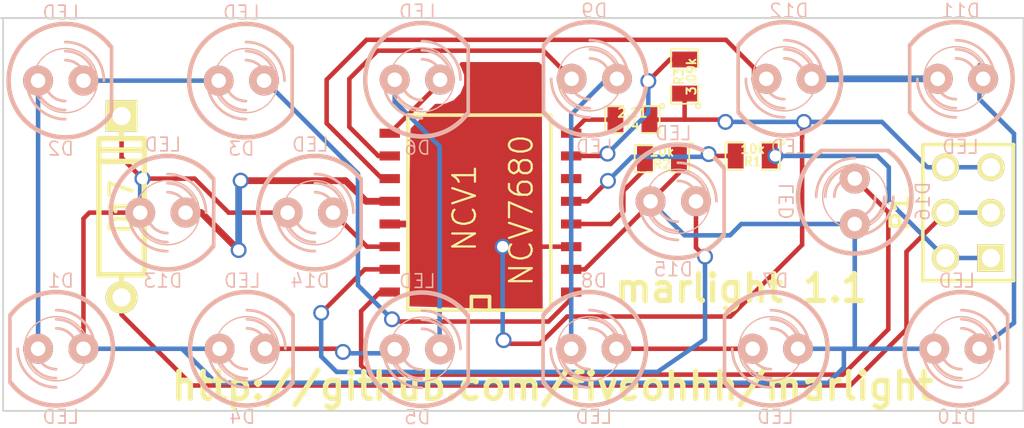
<source format=kicad_pcb>
(kicad_pcb (version 3) (host pcbnew "(2013-07-07 BZR 4022)-stable")

  (general
    (links 39)
    (no_connects 0)
    (area 14.377199 12.78255 73.2536 36.89985)
    (thickness 1.6)
    (drawings 6)
    (tracks 166)
    (zones 0)
    (modules 23)
    (nets 25)
  )

  (page A3)
  (layers
    (15 F.Cu signal)
    (0 B.Cu signal)
    (16 B.Adhes user)
    (17 F.Adhes user)
    (18 B.Paste user)
    (19 F.Paste user)
    (20 B.SilkS user)
    (21 F.SilkS user)
    (22 B.Mask user)
    (23 F.Mask user)
    (24 Dwgs.User user)
    (25 Cmts.User user)
    (26 Eco1.User user)
    (27 Eco2.User user)
    (28 Edge.Cuts user)
  )

  (setup
    (last_trace_width 0.381)
    (trace_clearance 0.254)
    (zone_clearance 0.508)
    (zone_45_only no)
    (trace_min 0.254)
    (segment_width 0.2)
    (edge_width 0.1)
    (via_size 0.889)
    (via_drill 0.635)
    (via_min_size 0.889)
    (via_min_drill 0.508)
    (uvia_size 0.508)
    (uvia_drill 0.127)
    (uvias_allowed no)
    (uvia_min_size 0.508)
    (uvia_min_drill 0.127)
    (pcb_text_width 0.3)
    (pcb_text_size 1.5 1.5)
    (mod_edge_width 0.15)
    (mod_text_size 1 1)
    (mod_text_width 0.15)
    (pad_size 1.778 1.778)
    (pad_drill 1.016)
    (pad_to_mask_clearance 0)
    (aux_axis_origin 0 0)
    (visible_elements 7FFFFFFF)
    (pcbplotparams
      (layerselection 284196865)
      (usegerberextensions true)
      (excludeedgelayer true)
      (linewidth 0.150000)
      (plotframeref false)
      (viasonmask false)
      (mode 1)
      (useauxorigin false)
      (hpglpennumber 1)
      (hpglpenspeed 20)
      (hpglpendiameter 15)
      (hpglpenoverlay 2)
      (psnegative false)
      (psa4output false)
      (plotreference true)
      (plotvalue true)
      (plotothertext true)
      (plotinvisibletext false)
      (padsonsilk false)
      (subtractmaskfromsilk false)
      (outputformat 1)
      (mirror false)
      (drillshape 0)
      (scaleselection 1)
      (outputdirectory "C:/Users/Andy Lee/Desktop/"))
  )

  (net 0 "")
  (net 1 GND)
  (net 2 N-000001)
  (net 3 N-0000010)
  (net 4 N-0000011)
  (net 5 N-0000012)
  (net 6 N-0000013)
  (net 7 N-0000014)
  (net 8 N-0000015)
  (net 9 N-0000016)
  (net 10 N-0000017)
  (net 11 N-0000018)
  (net 12 N-0000019)
  (net 13 N-000002)
  (net 14 N-0000020)
  (net 15 N-0000021)
  (net 16 N-0000022)
  (net 17 N-0000023)
  (net 18 N-0000024)
  (net 19 N-0000026)
  (net 20 N-000003)
  (net 21 N-000004)
  (net 22 N-000005)
  (net 23 N-000006)
  (net 24 N-000008)

  (net_class Default "This is the default net class."
    (clearance 0.254)
    (trace_width 0.381)
    (via_dia 0.889)
    (via_drill 0.635)
    (uvia_dia 0.508)
    (uvia_drill 0.127)
    (add_net "")
    (add_net GND)
    (add_net N-000001)
    (add_net N-0000010)
    (add_net N-0000011)
    (add_net N-0000012)
    (add_net N-0000013)
    (add_net N-0000014)
    (add_net N-0000015)
    (add_net N-0000016)
    (add_net N-0000017)
    (add_net N-0000018)
    (add_net N-0000019)
    (add_net N-000002)
    (add_net N-0000020)
    (add_net N-0000021)
    (add_net N-0000022)
    (add_net N-0000023)
    (add_net N-0000024)
    (add_net N-0000026)
    (add_net N-000003)
    (add_net N-000004)
    (add_net N-000005)
    (add_net N-000006)
    (add_net N-000008)
  )

  (module SO16W (layer F.Cu) (tedit 4280704F) (tstamp 544837E5)
    (at 41.275 24.765 90)
    (descr "Module CMS SOJ 16 pins tres large")
    (tags "CMS SOJ")
    (path /54395C61)
    (attr smd)
    (fp_text reference NCV1 (at 0.254 -0.889 90) (layer F.SilkS)
      (effects (font (size 1.27 1.27) (thickness 0.127)))
    )
    (fp_text value NCV7680 (at 0.127 2.286 90) (layer F.SilkS)
      (effects (font (size 1.27 1.27) (thickness 0.127)))
    )
    (fp_line (start -5.461 3.937) (end -5.461 -4.064) (layer F.SilkS) (width 0.2032))
    (fp_line (start 5.461 -4.064) (end 5.461 3.937) (layer F.SilkS) (width 0.2032))
    (fp_line (start -5.461 -4.064) (end 5.461 -4.064) (layer F.SilkS) (width 0.2032))
    (fp_line (start 5.461 3.937) (end -5.461 3.937) (layer F.SilkS) (width 0.2032))
    (fp_line (start -5.461 -0.508) (end -4.699 -0.508) (layer F.SilkS) (width 0.2032))
    (fp_line (start -4.699 -0.508) (end -4.699 0.508) (layer F.SilkS) (width 0.2032))
    (fp_line (start -4.699 0.508) (end -5.461 0.508) (layer F.SilkS) (width 0.2032))
    (pad 1 smd rect (at -4.445 5.08 90) (size 0.508 1.143)
      (layers F.Cu F.Paste F.Mask)
      (net 3 N-0000010)
    )
    (pad 2 smd rect (at -3.175 5.08 90) (size 0.508 1.143)
      (layers F.Cu F.Paste F.Mask)
      (net 17 N-0000023)
    )
    (pad 3 smd rect (at -1.905 5.08 90) (size 0.508 1.143)
      (layers F.Cu F.Paste F.Mask)
      (net 1 GND)
    )
    (pad 4 smd rect (at -0.635 5.08 90) (size 0.508 1.143)
      (layers F.Cu F.Paste F.Mask)
      (net 18 N-0000024)
    )
    (pad 5 smd rect (at 0.635 5.08 90) (size 0.508 1.143)
      (layers F.Cu F.Paste F.Mask)
      (net 4 N-0000011)
    )
    (pad 6 smd rect (at 1.905 5.08 90) (size 0.508 1.143)
      (layers F.Cu F.Paste F.Mask)
    )
    (pad 7 smd rect (at 3.175 5.08 90) (size 0.508 1.143)
      (layers F.Cu F.Paste F.Mask)
      (net 5 N-0000012)
    )
    (pad 8 smd rect (at 4.445 5.08 90) (size 0.508 1.143)
      (layers F.Cu F.Paste F.Mask)
      (net 19 N-0000026)
    )
    (pad 9 smd rect (at 4.445 -5.08 90) (size 0.508 1.143)
      (layers F.Cu F.Paste F.Mask)
      (net 23 N-000006)
    )
    (pad 10 smd rect (at 3.175 -5.08 90) (size 0.508 1.143)
      (layers F.Cu F.Paste F.Mask)
      (net 16 N-0000022)
    )
    (pad 11 smd rect (at 1.905 -5.08 90) (size 0.508 1.143)
      (layers F.Cu F.Paste F.Mask)
      (net 6 N-0000013)
    )
    (pad 12 smd rect (at 0.635 -5.08 90) (size 0.508 1.143)
      (layers F.Cu F.Paste F.Mask)
      (net 22 N-000005)
    )
    (pad 13 smd rect (at -0.635 -5.08 90) (size 0.508 1.143)
      (layers F.Cu F.Paste F.Mask)
      (net 1 GND)
    )
    (pad 14 smd rect (at -1.905 -5.08 90) (size 0.508 1.143)
      (layers F.Cu F.Paste F.Mask)
      (net 2 N-000001)
    )
    (pad 15 smd rect (at -3.175 -5.08 90) (size 0.508 1.143)
      (layers F.Cu F.Paste F.Mask)
      (net 13 N-000002)
    )
    (pad 16 smd rect (at -4.445 -5.08 90) (size 0.508 1.143)
      (layers F.Cu F.Paste F.Mask)
      (net 21 N-000004)
    )
    (model smd/cms_so16.wrl
      (at (xyz 0 0 0))
      (scale (xyz 0.5 0.6 0.5))
      (rotate (xyz 0 0 0))
    )
  )

  (module SM0805 (layer F.Cu) (tedit 5091495C) (tstamp 54492CC9)
    (at 56.515 21.59 180)
    (path /543893A3)
    (attr smd)
    (fp_text reference R1 (at 0 -0.3175 180) (layer F.SilkS)
      (effects (font (size 0.50038 0.50038) (thickness 0.10922)))
    )
    (fp_text value 10k (at 0 0.381 180) (layer F.SilkS)
      (effects (font (size 0.50038 0.50038) (thickness 0.10922)))
    )
    (fp_circle (center -1.651 0.762) (end -1.651 0.635) (layer F.SilkS) (width 0.09906))
    (fp_line (start -0.508 0.762) (end -1.524 0.762) (layer F.SilkS) (width 0.09906))
    (fp_line (start -1.524 0.762) (end -1.524 -0.762) (layer F.SilkS) (width 0.09906))
    (fp_line (start -1.524 -0.762) (end -0.508 -0.762) (layer F.SilkS) (width 0.09906))
    (fp_line (start 0.508 -0.762) (end 1.524 -0.762) (layer F.SilkS) (width 0.09906))
    (fp_line (start 1.524 -0.762) (end 1.524 0.762) (layer F.SilkS) (width 0.09906))
    (fp_line (start 1.524 0.762) (end 0.508 0.762) (layer F.SilkS) (width 0.09906))
    (pad 1 smd rect (at -0.9525 0 180) (size 0.889 1.397)
      (layers F.Cu F.Paste F.Mask)
      (net 20 N-000003)
    )
    (pad 2 smd rect (at 0.9525 0 180) (size 0.889 1.397)
      (layers F.Cu F.Paste F.Mask)
      (net 4 N-0000011)
    )
    (model smd/chip_cms.wrl
      (at (xyz 0 0 0))
      (scale (xyz 0.1 0.1 0.1))
      (rotate (xyz 0 0 0))
    )
  )

  (module SM0805 (layer F.Cu) (tedit 5091495C) (tstamp 54492DA2)
    (at 51.435 21.7424 180)
    (path /54389394)
    (attr smd)
    (fp_text reference R2 (at 0 -0.3175 180) (layer F.SilkS)
      (effects (font (size 0.50038 0.50038) (thickness 0.10922)))
    )
    (fp_text value 10k (at 0 0.381 180) (layer F.SilkS)
      (effects (font (size 0.50038 0.50038) (thickness 0.10922)))
    )
    (fp_circle (center -1.651 0.762) (end -1.651 0.635) (layer F.SilkS) (width 0.09906))
    (fp_line (start -0.508 0.762) (end -1.524 0.762) (layer F.SilkS) (width 0.09906))
    (fp_line (start -1.524 0.762) (end -1.524 -0.762) (layer F.SilkS) (width 0.09906))
    (fp_line (start -1.524 -0.762) (end -0.508 -0.762) (layer F.SilkS) (width 0.09906))
    (fp_line (start 0.508 -0.762) (end 1.524 -0.762) (layer F.SilkS) (width 0.09906))
    (fp_line (start 1.524 -0.762) (end 1.524 0.762) (layer F.SilkS) (width 0.09906))
    (fp_line (start 1.524 0.762) (end 0.508 0.762) (layer F.SilkS) (width 0.09906))
    (pad 1 smd rect (at -0.9525 0 180) (size 0.889 1.397)
      (layers F.Cu F.Paste F.Mask)
      (net 17 N-0000023)
    )
    (pad 2 smd rect (at 0.9525 0 180) (size 0.889 1.397)
      (layers F.Cu F.Paste F.Mask)
      (net 18 N-0000024)
    )
    (model smd/chip_cms.wrl
      (at (xyz 0 0 0))
      (scale (xyz 0.1 0.1 0.1))
      (rotate (xyz 0 0 0))
    )
  )

  (module SM0805 (layer F.Cu) (tedit 5091495C) (tstamp 544A4924)
    (at 49.784 19.558 180)
    (path /543891A9)
    (attr smd)
    (fp_text reference r4 (at 0 -0.3175 180) (layer F.SilkS)
      (effects (font (size 0.50038 0.50038) (thickness 0.10922)))
    )
    (fp_text value 2.21 (at 0 0.381 180) (layer F.SilkS)
      (effects (font (size 0.50038 0.50038) (thickness 0.10922)))
    )
    (fp_circle (center -1.651 0.762) (end -1.651 0.635) (layer F.SilkS) (width 0.09906))
    (fp_line (start -0.508 0.762) (end -1.524 0.762) (layer F.SilkS) (width 0.09906))
    (fp_line (start -1.524 0.762) (end -1.524 -0.762) (layer F.SilkS) (width 0.09906))
    (fp_line (start -1.524 -0.762) (end -0.508 -0.762) (layer F.SilkS) (width 0.09906))
    (fp_line (start 0.508 -0.762) (end 1.524 -0.762) (layer F.SilkS) (width 0.09906))
    (fp_line (start 1.524 -0.762) (end 1.524 0.762) (layer F.SilkS) (width 0.09906))
    (fp_line (start 1.524 0.762) (end 0.508 0.762) (layer F.SilkS) (width 0.09906))
    (pad 1 smd rect (at -0.9525 0 180) (size 0.889 1.397)
      (layers F.Cu F.Paste F.Mask)
      (net 1 GND)
    )
    (pad 2 smd rect (at 0.9525 0 180) (size 0.889 1.397)
      (layers F.Cu F.Paste F.Mask)
      (net 19 N-0000026)
    )
    (model smd/chip_cms.wrl
      (at (xyz 0 0 0))
      (scale (xyz 0.1 0.1 0.1))
      (rotate (xyz 0 0 0))
    )
  )

  (module SM0805 (layer F.Cu) (tedit 5091495C) (tstamp 544A4932)
    (at 52.705 17.145 90)
    (path /54389193)
    (attr smd)
    (fp_text reference R3 (at 0 -0.3175 90) (layer F.SilkS)
      (effects (font (size 0.50038 0.50038) (thickness 0.10922)))
    )
    (fp_text value 3.09k (at 0 0.381 90) (layer F.SilkS)
      (effects (font (size 0.50038 0.50038) (thickness 0.10922)))
    )
    (fp_circle (center -1.651 0.762) (end -1.651 0.635) (layer F.SilkS) (width 0.09906))
    (fp_line (start -0.508 0.762) (end -1.524 0.762) (layer F.SilkS) (width 0.09906))
    (fp_line (start -1.524 0.762) (end -1.524 -0.762) (layer F.SilkS) (width 0.09906))
    (fp_line (start -1.524 -0.762) (end -0.508 -0.762) (layer F.SilkS) (width 0.09906))
    (fp_line (start 0.508 -0.762) (end 1.524 -0.762) (layer F.SilkS) (width 0.09906))
    (fp_line (start 1.524 -0.762) (end 1.524 0.762) (layer F.SilkS) (width 0.09906))
    (fp_line (start 1.524 0.762) (end 0.508 0.762) (layer F.SilkS) (width 0.09906))
    (pad 1 smd rect (at -0.9525 0 90) (size 0.889 1.397)
      (layers F.Cu F.Paste F.Mask)
      (net 1 GND)
    )
    (pad 2 smd rect (at 0.9525 0 90) (size 0.889 1.397)
      (layers F.Cu F.Paste F.Mask)
      (net 5 N-0000012)
    )
    (model smd/chip_cms.wrl
      (at (xyz 0 0 0))
      (scale (xyz 0.1 0.1 0.1))
      (rotate (xyz 0 0 0))
    )
  )

  (module pin_array_3x2 (layer F.Cu) (tedit 42931587) (tstamp 54483827)
    (at 68.58 24.765 90)
    (descr "Double rangee de contacts 2 x 4 pins")
    (tags CONN)
    (path /54392ADE)
    (fp_text reference P1 (at 0 -3.81 90) (layer F.SilkS)
      (effects (font (size 1.016 1.016) (thickness 0.2032)))
    )
    (fp_text value CONN_3X2 (at 0 3.81 90) (layer F.SilkS) hide
      (effects (font (size 1.016 1.016) (thickness 0.2032)))
    )
    (fp_line (start 3.81 2.54) (end -3.81 2.54) (layer F.SilkS) (width 0.2032))
    (fp_line (start -3.81 -2.54) (end 3.81 -2.54) (layer F.SilkS) (width 0.2032))
    (fp_line (start 3.81 -2.54) (end 3.81 2.54) (layer F.SilkS) (width 0.2032))
    (fp_line (start -3.81 2.54) (end -3.81 -2.54) (layer F.SilkS) (width 0.2032))
    (pad 1 thru_hole rect (at -2.54 1.27 90) (size 1.524 1.524) (drill 1.016)
      (layers *.Cu *.Mask F.SilkS)
      (net 20 N-000003)
    )
    (pad 2 thru_hole circle (at -2.54 -1.27 90) (size 1.524 1.524) (drill 1.016)
      (layers *.Cu *.Mask F.SilkS)
      (net 20 N-000003)
    )
    (pad 3 thru_hole circle (at 0 1.27 90) (size 1.524 1.524) (drill 1.016)
      (layers *.Cu *.Mask F.SilkS)
      (net 24 N-000008)
    )
    (pad 4 thru_hole circle (at 0 -1.27 90) (size 1.524 1.524) (drill 1.016)
      (layers *.Cu *.Mask F.SilkS)
      (net 24 N-000008)
    )
    (pad 5 thru_hole circle (at 2.54 1.27 90) (size 1.524 1.524) (drill 1.016)
      (layers *.Cu *.Mask F.SilkS)
      (net 1 GND)
    )
    (pad 6 thru_hole circle (at 2.54 -1.27 90) (size 1.524 1.524) (drill 1.016)
      (layers *.Cu *.Mask F.SilkS)
      (net 1 GND)
    )
    (model pin_array/pins_array_3x2.wrl
      (at (xyz 0 0 0))
      (scale (xyz 1 1 1))
      (rotate (xyz 0 0 0))
    )
  )

  (module LED-5MM (layer B.Cu) (tedit 50ADE86B) (tstamp 54483836)
    (at 58.547 17.272 180)
    (descr "LED 5mm - Lead pitch 100mil (2,54mm)")
    (tags "LED led 5mm 5MM 100mil 2,54mm")
    (path /543887D7)
    (fp_text reference D12 (at 0 3.81 180) (layer B.SilkS)
      (effects (font (size 0.762 0.762) (thickness 0.0889)) (justify mirror))
    )
    (fp_text value LED (at 0 -3.81 180) (layer B.SilkS)
      (effects (font (size 0.762 0.762) (thickness 0.0889)) (justify mirror))
    )
    (fp_line (start 2.8448 -1.905) (end 2.8448 1.905) (layer B.SilkS) (width 0.2032))
    (fp_circle (center 0.254 0) (end -1.016 -1.27) (layer B.SilkS) (width 0.0762))
    (fp_arc (start 0.254 0) (end 2.794 -1.905) (angle -286.2) (layer B.SilkS) (width 0.254))
    (fp_arc (start 0.254 0) (end -0.889 0) (angle -90) (layer B.SilkS) (width 0.1524))
    (fp_arc (start 0.254 0) (end 1.397 0) (angle -90) (layer B.SilkS) (width 0.1524))
    (fp_arc (start 0.254 0) (end -1.397 0) (angle -90) (layer B.SilkS) (width 0.1524))
    (fp_arc (start 0.254 0) (end 1.905 0) (angle -90) (layer B.SilkS) (width 0.1524))
    (fp_arc (start 0.254 0) (end -1.905 0) (angle -90) (layer B.SilkS) (width 0.1524))
    (fp_arc (start 0.254 0) (end 2.413 0) (angle -90) (layer B.SilkS) (width 0.1524))
    (pad 1 thru_hole circle (at -1.27 0 180) (size 1.6764 1.6764) (drill 0.8128)
      (layers *.Cu *.Mask B.SilkS)
      (net 15 N-0000021)
    )
    (pad 2 thru_hole circle (at 1.27 0 180) (size 1.6764 1.6764) (drill 0.8128)
      (layers *.Cu *.Mask B.SilkS)
      (net 6 N-0000013)
    )
    (model discret/leds/led5_vertical_verde.wrl
      (at (xyz 0 0 0))
      (scale (xyz 1 1 1))
      (rotate (xyz 0 0 0))
    )
  )

  (module LED-5MM (layer B.Cu) (tedit 50ADE86B) (tstamp 54483845)
    (at 62.23 24.13 90)
    (descr "LED 5mm - Lead pitch 100mil (2,54mm)")
    (tags "LED led 5mm 5MM 100mil 2,54mm")
    (path /5439295A)
    (fp_text reference D16 (at 0 3.81 90) (layer B.SilkS)
      (effects (font (size 0.762 0.762) (thickness 0.0889)) (justify mirror))
    )
    (fp_text value LED (at 0 -3.81 90) (layer B.SilkS)
      (effects (font (size 0.762 0.762) (thickness 0.0889)) (justify mirror))
    )
    (fp_line (start 2.8448 -1.905) (end 2.8448 1.905) (layer B.SilkS) (width 0.2032))
    (fp_circle (center 0.254 0) (end -1.016 -1.27) (layer B.SilkS) (width 0.0762))
    (fp_arc (start 0.254 0) (end 2.794 -1.905) (angle -286.2) (layer B.SilkS) (width 0.254))
    (fp_arc (start 0.254 0) (end -0.889 0) (angle -90) (layer B.SilkS) (width 0.1524))
    (fp_arc (start 0.254 0) (end 1.397 0) (angle -90) (layer B.SilkS) (width 0.1524))
    (fp_arc (start 0.254 0) (end -1.397 0) (angle -90) (layer B.SilkS) (width 0.1524))
    (fp_arc (start 0.254 0) (end 1.905 0) (angle -90) (layer B.SilkS) (width 0.1524))
    (fp_arc (start 0.254 0) (end -1.905 0) (angle -90) (layer B.SilkS) (width 0.1524))
    (fp_arc (start 0.254 0) (end 2.413 0) (angle -90) (layer B.SilkS) (width 0.1524))
    (pad 1 thru_hole circle (at -1.27 0 90) (size 1.6764 1.6764) (drill 0.8128)
      (layers *.Cu *.Mask B.SilkS)
      (net 17 N-0000023)
    )
    (pad 2 thru_hole circle (at 1.27 0 90) (size 1.6764 1.6764) (drill 0.8128)
      (layers *.Cu *.Mask B.SilkS)
      (net 21 N-000004)
    )
    (model discret/leds/led5_vertical_verde.wrl
      (at (xyz 0 0 0))
      (scale (xyz 1 1 1))
      (rotate (xyz 0 0 0))
    )
  )

  (module LED-5MM (layer B.Cu) (tedit 50ADE86B) (tstamp 54483854)
    (at 52.07 24.13)
    (descr "LED 5mm - Lead pitch 100mil (2,54mm)")
    (tags "LED led 5mm 5MM 100mil 2,54mm")
    (path /543927CE)
    (fp_text reference D15 (at 0 3.81) (layer B.SilkS)
      (effects (font (size 0.762 0.762) (thickness 0.0889)) (justify mirror))
    )
    (fp_text value LED (at 0 -3.81) (layer B.SilkS)
      (effects (font (size 0.762 0.762) (thickness 0.0889)) (justify mirror))
    )
    (fp_line (start 2.8448 -1.905) (end 2.8448 1.905) (layer B.SilkS) (width 0.2032))
    (fp_circle (center 0.254 0) (end -1.016 -1.27) (layer B.SilkS) (width 0.0762))
    (fp_arc (start 0.254 0) (end 2.794 -1.905) (angle -286.2) (layer B.SilkS) (width 0.254))
    (fp_arc (start 0.254 0) (end -0.889 0) (angle -90) (layer B.SilkS) (width 0.1524))
    (fp_arc (start 0.254 0) (end 1.397 0) (angle -90) (layer B.SilkS) (width 0.1524))
    (fp_arc (start 0.254 0) (end -1.397 0) (angle -90) (layer B.SilkS) (width 0.1524))
    (fp_arc (start 0.254 0) (end 1.905 0) (angle -90) (layer B.SilkS) (width 0.1524))
    (fp_arc (start 0.254 0) (end -1.905 0) (angle -90) (layer B.SilkS) (width 0.1524))
    (fp_arc (start 0.254 0) (end 2.413 0) (angle -90) (layer B.SilkS) (width 0.1524))
    (pad 1 thru_hole circle (at -1.27 0) (size 1.6764 1.6764) (drill 0.8128)
      (layers *.Cu *.Mask B.SilkS)
      (net 17 N-0000023)
    )
    (pad 2 thru_hole circle (at 1.27 0) (size 1.6764 1.6764) (drill 0.8128)
      (layers *.Cu *.Mask B.SilkS)
      (net 13 N-000002)
    )
    (model discret/leds/led5_vertical_verde.wrl
      (at (xyz 0 0 0))
      (scale (xyz 1 1 1))
      (rotate (xyz 0 0 0))
    )
  )

  (module LED-5MM (layer B.Cu) (tedit 50ADE86B) (tstamp 54483863)
    (at 31.75 24.765)
    (descr "LED 5mm - Lead pitch 100mil (2,54mm)")
    (tags "LED led 5mm 5MM 100mil 2,54mm")
    (path /5439278D)
    (fp_text reference D14 (at 0 3.81) (layer B.SilkS)
      (effects (font (size 0.762 0.762) (thickness 0.0889)) (justify mirror))
    )
    (fp_text value LED (at 0 -3.81) (layer B.SilkS)
      (effects (font (size 0.762 0.762) (thickness 0.0889)) (justify mirror))
    )
    (fp_line (start 2.8448 -1.905) (end 2.8448 1.905) (layer B.SilkS) (width 0.2032))
    (fp_circle (center 0.254 0) (end -1.016 -1.27) (layer B.SilkS) (width 0.0762))
    (fp_arc (start 0.254 0) (end 2.794 -1.905) (angle -286.2) (layer B.SilkS) (width 0.254))
    (fp_arc (start 0.254 0) (end -0.889 0) (angle -90) (layer B.SilkS) (width 0.1524))
    (fp_arc (start 0.254 0) (end 1.397 0) (angle -90) (layer B.SilkS) (width 0.1524))
    (fp_arc (start 0.254 0) (end -1.397 0) (angle -90) (layer B.SilkS) (width 0.1524))
    (fp_arc (start 0.254 0) (end 1.905 0) (angle -90) (layer B.SilkS) (width 0.1524))
    (fp_arc (start 0.254 0) (end -1.905 0) (angle -90) (layer B.SilkS) (width 0.1524))
    (fp_arc (start 0.254 0) (end 2.413 0) (angle -90) (layer B.SilkS) (width 0.1524))
    (pad 1 thru_hole circle (at -1.27 0) (size 1.6764 1.6764) (drill 0.8128)
      (layers *.Cu *.Mask B.SilkS)
      (net 17 N-0000023)
    )
    (pad 2 thru_hole circle (at 1.27 0) (size 1.6764 1.6764) (drill 0.8128)
      (layers *.Cu *.Mask B.SilkS)
      (net 2 N-000001)
    )
    (model discret/leds/led5_vertical_verde.wrl
      (at (xyz 0 0 0))
      (scale (xyz 1 1 1))
      (rotate (xyz 0 0 0))
    )
  )

  (module LED-5MM (layer B.Cu) (tedit 50ADE86B) (tstamp 54483872)
    (at 23.495 24.765)
    (descr "LED 5mm - Lead pitch 100mil (2,54mm)")
    (tags "LED led 5mm 5MM 100mil 2,54mm")
    (path /5439277A)
    (fp_text reference D13 (at 0 3.81) (layer B.SilkS)
      (effects (font (size 0.762 0.762) (thickness 0.0889)) (justify mirror))
    )
    (fp_text value LED (at 0 -3.81) (layer B.SilkS)
      (effects (font (size 0.762 0.762) (thickness 0.0889)) (justify mirror))
    )
    (fp_line (start 2.8448 -1.905) (end 2.8448 1.905) (layer B.SilkS) (width 0.2032))
    (fp_circle (center 0.254 0) (end -1.016 -1.27) (layer B.SilkS) (width 0.0762))
    (fp_arc (start 0.254 0) (end 2.794 -1.905) (angle -286.2) (layer B.SilkS) (width 0.254))
    (fp_arc (start 0.254 0) (end -0.889 0) (angle -90) (layer B.SilkS) (width 0.1524))
    (fp_arc (start 0.254 0) (end 1.397 0) (angle -90) (layer B.SilkS) (width 0.1524))
    (fp_arc (start 0.254 0) (end -1.397 0) (angle -90) (layer B.SilkS) (width 0.1524))
    (fp_arc (start 0.254 0) (end 1.905 0) (angle -90) (layer B.SilkS) (width 0.1524))
    (fp_arc (start 0.254 0) (end -1.905 0) (angle -90) (layer B.SilkS) (width 0.1524))
    (fp_arc (start 0.254 0) (end 2.413 0) (angle -90) (layer B.SilkS) (width 0.1524))
    (pad 1 thru_hole circle (at -1.27 0) (size 1.6764 1.6764) (drill 0.8128)
      (layers *.Cu *.Mask B.SilkS)
      (net 17 N-0000023)
    )
    (pad 2 thru_hole circle (at 1.27 0) (size 1.6764 1.6764) (drill 0.8128)
      (layers *.Cu *.Mask B.SilkS)
      (net 22 N-000005)
    )
    (model discret/leds/led5_vertical_verde.wrl
      (at (xyz 0 0 0))
      (scale (xyz 1 1 1))
      (rotate (xyz 0 0 0))
    )
  )

  (module LED-5MM (layer B.Cu) (tedit 50ADE86B) (tstamp 54483881)
    (at 17.78 17.3736)
    (descr "LED 5mm - Lead pitch 100mil (2,54mm)")
    (tags "LED led 5mm 5MM 100mil 2,54mm")
    (path /54388732)
    (fp_text reference D2 (at 0 3.81) (layer B.SilkS)
      (effects (font (size 0.762 0.762) (thickness 0.0889)) (justify mirror))
    )
    (fp_text value LED (at 0 -3.81) (layer B.SilkS)
      (effects (font (size 0.762 0.762) (thickness 0.0889)) (justify mirror))
    )
    (fp_line (start 2.8448 -1.905) (end 2.8448 1.905) (layer B.SilkS) (width 0.2032))
    (fp_circle (center 0.254 0) (end -1.016 -1.27) (layer B.SilkS) (width 0.0762))
    (fp_arc (start 0.254 0) (end 2.794 -1.905) (angle -286.2) (layer B.SilkS) (width 0.254))
    (fp_arc (start 0.254 0) (end -0.889 0) (angle -90) (layer B.SilkS) (width 0.1524))
    (fp_arc (start 0.254 0) (end 1.397 0) (angle -90) (layer B.SilkS) (width 0.1524))
    (fp_arc (start 0.254 0) (end -1.397 0) (angle -90) (layer B.SilkS) (width 0.1524))
    (fp_arc (start 0.254 0) (end 1.905 0) (angle -90) (layer B.SilkS) (width 0.1524))
    (fp_arc (start 0.254 0) (end -1.905 0) (angle -90) (layer B.SilkS) (width 0.1524))
    (fp_arc (start 0.254 0) (end 2.413 0) (angle -90) (layer B.SilkS) (width 0.1524))
    (pad 1 thru_hole circle (at -1.27 0) (size 1.6764 1.6764) (drill 0.8128)
      (layers *.Cu *.Mask B.SilkS)
      (net 7 N-0000014)
    )
    (pad 2 thru_hole circle (at 1.27 0) (size 1.6764 1.6764) (drill 0.8128)
      (layers *.Cu *.Mask B.SilkS)
      (net 11 N-0000018)
    )
    (model discret/leds/led5_vertical_verde.wrl
      (at (xyz 0 0 0))
      (scale (xyz 1 1 1))
      (rotate (xyz 0 0 0))
    )
  )

  (module LED-5MM (layer B.Cu) (tedit 50ADE86B) (tstamp 54483890)
    (at 68.1482 17.272 180)
    (descr "LED 5mm - Lead pitch 100mil (2,54mm)")
    (tags "LED led 5mm 5MM 100mil 2,54mm")
    (path /543887C8)
    (fp_text reference D11 (at 0 3.81 180) (layer B.SilkS)
      (effects (font (size 0.762 0.762) (thickness 0.0889)) (justify mirror))
    )
    (fp_text value LED (at 0 -3.81 180) (layer B.SilkS)
      (effects (font (size 0.762 0.762) (thickness 0.0889)) (justify mirror))
    )
    (fp_line (start 2.8448 -1.905) (end 2.8448 1.905) (layer B.SilkS) (width 0.2032))
    (fp_circle (center 0.254 0) (end -1.016 -1.27) (layer B.SilkS) (width 0.0762))
    (fp_arc (start 0.254 0) (end 2.794 -1.905) (angle -286.2) (layer B.SilkS) (width 0.254))
    (fp_arc (start 0.254 0) (end -0.889 0) (angle -90) (layer B.SilkS) (width 0.1524))
    (fp_arc (start 0.254 0) (end 1.397 0) (angle -90) (layer B.SilkS) (width 0.1524))
    (fp_arc (start 0.254 0) (end -1.397 0) (angle -90) (layer B.SilkS) (width 0.1524))
    (fp_arc (start 0.254 0) (end 1.905 0) (angle -90) (layer B.SilkS) (width 0.1524))
    (fp_arc (start 0.254 0) (end -1.905 0) (angle -90) (layer B.SilkS) (width 0.1524))
    (fp_arc (start 0.254 0) (end 2.413 0) (angle -90) (layer B.SilkS) (width 0.1524))
    (pad 1 thru_hole circle (at -1.27 0 180) (size 1.6764 1.6764) (drill 0.8128)
      (layers *.Cu *.Mask B.SilkS)
      (net 10 N-0000017)
    )
    (pad 2 thru_hole circle (at 1.27 0 180) (size 1.6764 1.6764) (drill 0.8128)
      (layers *.Cu *.Mask B.SilkS)
      (net 15 N-0000021)
    )
    (model discret/leds/led5_vertical_verde.wrl
      (at (xyz 0 0 0))
      (scale (xyz 1 1 1))
      (rotate (xyz 0 0 0))
    )
  )

  (module LED-5MM (layer B.Cu) (tedit 54492BCD) (tstamp 5448389F)
    (at 67.945 32.385)
    (descr "LED 5mm - Lead pitch 100mil (2,54mm)")
    (tags "LED led 5mm 5MM 100mil 2,54mm")
    (path /543887B9)
    (fp_text reference D10 (at 0 3.81) (layer B.SilkS)
      (effects (font (size 0.762 0.762) (thickness 0.0889)) (justify mirror))
    )
    (fp_text value LED (at 0 -3.81) (layer B.SilkS)
      (effects (font (size 0.762 0.762) (thickness 0.0889)) (justify mirror))
    )
    (fp_line (start 2.8448 -1.905) (end 2.8448 1.905) (layer B.SilkS) (width 0.2032))
    (fp_circle (center 0.254 0) (end -1.016 -1.27) (layer B.SilkS) (width 0.0762))
    (fp_arc (start 0.254 0) (end 2.794 -1.905) (angle -286.2) (layer B.SilkS) (width 0.254))
    (fp_arc (start 0.254 0) (end -0.889 0) (angle -90) (layer B.SilkS) (width 0.1524))
    (fp_arc (start 0.254 0) (end 1.397 0) (angle -90) (layer B.SilkS) (width 0.1524))
    (fp_arc (start 0.254 0) (end -1.397 0) (angle -90) (layer B.SilkS) (width 0.1524))
    (fp_arc (start 0.254 0) (end 1.905 0) (angle -90) (layer B.SilkS) (width 0.1524))
    (fp_arc (start 0.254 0) (end -1.905 0) (angle -90) (layer B.SilkS) (width 0.1524))
    (fp_arc (start 0.254 0) (end 2.413 0) (angle -90) (layer B.SilkS) (width 0.1524))
    (pad 1 thru_hole circle (at -1.27 0) (size 1.6764 1.6764) (drill 0.8128)
      (layers *.Cu *.Mask B.SilkS)
      (net 17 N-0000023)
    )
    (pad 2 thru_hole circle (at 1.27 0) (size 1.6764 1.6764) (drill 0.8128)
      (layers *.Cu *.Mask B.SilkS)
      (net 10 N-0000017)
    )
    (model discret/leds/led5_vertical_verde.wrl
      (at (xyz 0 0 0))
      (scale (xyz 1 1 1))
      (rotate (xyz 0 0 0))
    )
  )

  (module LED-5MM (layer B.Cu) (tedit 50ADE86B) (tstamp 544838AE)
    (at 47.6504 17.272 180)
    (descr "LED 5mm - Lead pitch 100mil (2,54mm)")
    (tags "LED led 5mm 5MM 100mil 2,54mm")
    (path /543887AA)
    (fp_text reference D9 (at 0 3.81 180) (layer B.SilkS)
      (effects (font (size 0.762 0.762) (thickness 0.0889)) (justify mirror))
    )
    (fp_text value LED (at 0 -3.81 180) (layer B.SilkS)
      (effects (font (size 0.762 0.762) (thickness 0.0889)) (justify mirror))
    )
    (fp_line (start 2.8448 -1.905) (end 2.8448 1.905) (layer B.SilkS) (width 0.2032))
    (fp_circle (center 0.254 0) (end -1.016 -1.27) (layer B.SilkS) (width 0.0762))
    (fp_arc (start 0.254 0) (end 2.794 -1.905) (angle -286.2) (layer B.SilkS) (width 0.254))
    (fp_arc (start 0.254 0) (end -0.889 0) (angle -90) (layer B.SilkS) (width 0.1524))
    (fp_arc (start 0.254 0) (end 1.397 0) (angle -90) (layer B.SilkS) (width 0.1524))
    (fp_arc (start 0.254 0) (end -1.397 0) (angle -90) (layer B.SilkS) (width 0.1524))
    (fp_arc (start 0.254 0) (end 1.905 0) (angle -90) (layer B.SilkS) (width 0.1524))
    (fp_arc (start 0.254 0) (end -1.905 0) (angle -90) (layer B.SilkS) (width 0.1524))
    (fp_arc (start 0.254 0) (end 2.413 0) (angle -90) (layer B.SilkS) (width 0.1524))
    (pad 1 thru_hole circle (at -1.27 0 180) (size 1.6764 1.6764) (drill 0.8128)
      (layers *.Cu *.Mask B.SilkS)
      (net 14 N-0000020)
    )
    (pad 2 thru_hole circle (at 1.27 0 180) (size 1.6764 1.6764) (drill 0.8128)
      (layers *.Cu *.Mask B.SilkS)
      (net 16 N-0000022)
    )
    (model discret/leds/led5_vertical_verde.wrl
      (at (xyz 0 0 0))
      (scale (xyz 1 1 1))
      (rotate (xyz 0 0 0))
    )
  )

  (module LED-5MM (layer B.Cu) (tedit 50ADE86B) (tstamp 544838BD)
    (at 47.625 32.385 180)
    (descr "LED 5mm - Lead pitch 100mil (2,54mm)")
    (tags "LED led 5mm 5MM 100mil 2,54mm")
    (path /5438879B)
    (fp_text reference D8 (at 0 3.81 180) (layer B.SilkS)
      (effects (font (size 0.762 0.762) (thickness 0.0889)) (justify mirror))
    )
    (fp_text value LED (at 0 -3.81 180) (layer B.SilkS)
      (effects (font (size 0.762 0.762) (thickness 0.0889)) (justify mirror))
    )
    (fp_line (start 2.8448 -1.905) (end 2.8448 1.905) (layer B.SilkS) (width 0.2032))
    (fp_circle (center 0.254 0) (end -1.016 -1.27) (layer B.SilkS) (width 0.0762))
    (fp_arc (start 0.254 0) (end 2.794 -1.905) (angle -286.2) (layer B.SilkS) (width 0.254))
    (fp_arc (start 0.254 0) (end -0.889 0) (angle -90) (layer B.SilkS) (width 0.1524))
    (fp_arc (start 0.254 0) (end 1.397 0) (angle -90) (layer B.SilkS) (width 0.1524))
    (fp_arc (start 0.254 0) (end -1.397 0) (angle -90) (layer B.SilkS) (width 0.1524))
    (fp_arc (start 0.254 0) (end 1.905 0) (angle -90) (layer B.SilkS) (width 0.1524))
    (fp_arc (start 0.254 0) (end -1.905 0) (angle -90) (layer B.SilkS) (width 0.1524))
    (fp_arc (start 0.254 0) (end 2.413 0) (angle -90) (layer B.SilkS) (width 0.1524))
    (pad 1 thru_hole circle (at -1.27 0 180) (size 1.6764 1.6764) (drill 0.8128)
      (layers *.Cu *.Mask B.SilkS)
      (net 9 N-0000016)
    )
    (pad 2 thru_hole circle (at 1.27 0 180) (size 1.6764 1.6764) (drill 0.8128)
      (layers *.Cu *.Mask B.SilkS)
      (net 14 N-0000020)
    )
    (model discret/leds/led5_vertical_verde.wrl
      (at (xyz 0 0 0))
      (scale (xyz 1 1 1))
      (rotate (xyz 0 0 0))
    )
  )

  (module LED-5MM (layer B.Cu) (tedit 50ADE86B) (tstamp 544838CC)
    (at 57.785 32.385 180)
    (descr "LED 5mm - Lead pitch 100mil (2,54mm)")
    (tags "LED led 5mm 5MM 100mil 2,54mm")
    (path /5438878C)
    (fp_text reference D7 (at 0 3.81 180) (layer B.SilkS)
      (effects (font (size 0.762 0.762) (thickness 0.0889)) (justify mirror))
    )
    (fp_text value LED (at 0 -3.81 180) (layer B.SilkS)
      (effects (font (size 0.762 0.762) (thickness 0.0889)) (justify mirror))
    )
    (fp_line (start 2.8448 -1.905) (end 2.8448 1.905) (layer B.SilkS) (width 0.2032))
    (fp_circle (center 0.254 0) (end -1.016 -1.27) (layer B.SilkS) (width 0.0762))
    (fp_arc (start 0.254 0) (end 2.794 -1.905) (angle -286.2) (layer B.SilkS) (width 0.254))
    (fp_arc (start 0.254 0) (end -0.889 0) (angle -90) (layer B.SilkS) (width 0.1524))
    (fp_arc (start 0.254 0) (end 1.397 0) (angle -90) (layer B.SilkS) (width 0.1524))
    (fp_arc (start 0.254 0) (end -1.397 0) (angle -90) (layer B.SilkS) (width 0.1524))
    (fp_arc (start 0.254 0) (end 1.905 0) (angle -90) (layer B.SilkS) (width 0.1524))
    (fp_arc (start 0.254 0) (end -1.905 0) (angle -90) (layer B.SilkS) (width 0.1524))
    (fp_arc (start 0.254 0) (end 2.413 0) (angle -90) (layer B.SilkS) (width 0.1524))
    (pad 1 thru_hole circle (at -1.27 0 180) (size 1.6764 1.6764) (drill 0.8128)
      (layers *.Cu *.Mask B.SilkS)
      (net 17 N-0000023)
    )
    (pad 2 thru_hole circle (at 1.27 0 180) (size 1.6764 1.6764) (drill 0.8128)
      (layers *.Cu *.Mask B.SilkS)
      (net 9 N-0000016)
    )
    (model discret/leds/led5_vertical_verde.wrl
      (at (xyz 0 0 0))
      (scale (xyz 1 1 1))
      (rotate (xyz 0 0 0))
    )
  )

  (module LED-5MM (layer B.Cu) (tedit 50ADE86B) (tstamp 544838DB)
    (at 37.7444 17.3228)
    (descr "LED 5mm - Lead pitch 100mil (2,54mm)")
    (tags "LED led 5mm 5MM 100mil 2,54mm")
    (path /5438877D)
    (fp_text reference D6 (at 0 3.81) (layer B.SilkS)
      (effects (font (size 0.762 0.762) (thickness 0.0889)) (justify mirror))
    )
    (fp_text value LED (at 0 -3.81) (layer B.SilkS)
      (effects (font (size 0.762 0.762) (thickness 0.0889)) (justify mirror))
    )
    (fp_line (start 2.8448 -1.905) (end 2.8448 1.905) (layer B.SilkS) (width 0.2032))
    (fp_circle (center 0.254 0) (end -1.016 -1.27) (layer B.SilkS) (width 0.0762))
    (fp_arc (start 0.254 0) (end 2.794 -1.905) (angle -286.2) (layer B.SilkS) (width 0.254))
    (fp_arc (start 0.254 0) (end -0.889 0) (angle -90) (layer B.SilkS) (width 0.1524))
    (fp_arc (start 0.254 0) (end 1.397 0) (angle -90) (layer B.SilkS) (width 0.1524))
    (fp_arc (start 0.254 0) (end -1.397 0) (angle -90) (layer B.SilkS) (width 0.1524))
    (fp_arc (start 0.254 0) (end 1.905 0) (angle -90) (layer B.SilkS) (width 0.1524))
    (fp_arc (start 0.254 0) (end -1.905 0) (angle -90) (layer B.SilkS) (width 0.1524))
    (fp_arc (start 0.254 0) (end 2.413 0) (angle -90) (layer B.SilkS) (width 0.1524))
    (pad 1 thru_hole circle (at -1.27 0) (size 1.6764 1.6764) (drill 0.8128)
      (layers *.Cu *.Mask B.SilkS)
      (net 12 N-0000019)
    )
    (pad 2 thru_hole circle (at 1.27 0) (size 1.6764 1.6764) (drill 0.8128)
      (layers *.Cu *.Mask B.SilkS)
      (net 23 N-000006)
    )
    (model discret/leds/led5_vertical_verde.wrl
      (at (xyz 0 0 0))
      (scale (xyz 1 1 1))
      (rotate (xyz 0 0 0))
    )
  )

  (module LED-5MM (layer B.Cu) (tedit 50ADE86B) (tstamp 544838EA)
    (at 37.7444 32.4104)
    (descr "LED 5mm - Lead pitch 100mil (2,54mm)")
    (tags "LED led 5mm 5MM 100mil 2,54mm")
    (path /5438876E)
    (fp_text reference D5 (at 0 3.81) (layer B.SilkS)
      (effects (font (size 0.762 0.762) (thickness 0.0889)) (justify mirror))
    )
    (fp_text value LED (at 0 -3.81) (layer B.SilkS)
      (effects (font (size 0.762 0.762) (thickness 0.0889)) (justify mirror))
    )
    (fp_line (start 2.8448 -1.905) (end 2.8448 1.905) (layer B.SilkS) (width 0.2032))
    (fp_circle (center 0.254 0) (end -1.016 -1.27) (layer B.SilkS) (width 0.0762))
    (fp_arc (start 0.254 0) (end 2.794 -1.905) (angle -286.2) (layer B.SilkS) (width 0.254))
    (fp_arc (start 0.254 0) (end -0.889 0) (angle -90) (layer B.SilkS) (width 0.1524))
    (fp_arc (start 0.254 0) (end 1.397 0) (angle -90) (layer B.SilkS) (width 0.1524))
    (fp_arc (start 0.254 0) (end -1.397 0) (angle -90) (layer B.SilkS) (width 0.1524))
    (fp_arc (start 0.254 0) (end 1.905 0) (angle -90) (layer B.SilkS) (width 0.1524))
    (fp_arc (start 0.254 0) (end -1.905 0) (angle -90) (layer B.SilkS) (width 0.1524))
    (fp_arc (start 0.254 0) (end 2.413 0) (angle -90) (layer B.SilkS) (width 0.1524))
    (pad 1 thru_hole circle (at -1.27 0) (size 1.6764 1.6764) (drill 0.8128)
      (layers *.Cu *.Mask B.SilkS)
      (net 8 N-0000015)
    )
    (pad 2 thru_hole circle (at 1.27 0) (size 1.6764 1.6764) (drill 0.8128)
      (layers *.Cu *.Mask B.SilkS)
      (net 12 N-0000019)
    )
    (model discret/leds/led5_vertical_verde.wrl
      (at (xyz 0 0 0))
      (scale (xyz 1 1 1))
      (rotate (xyz 0 0 0))
    )
  )

  (module LED-5MM (layer B.Cu) (tedit 50ADE86B) (tstamp 544838F9)
    (at 27.94 32.385)
    (descr "LED 5mm - Lead pitch 100mil (2,54mm)")
    (tags "LED led 5mm 5MM 100mil 2,54mm")
    (path /5438875F)
    (fp_text reference D4 (at 0 3.81) (layer B.SilkS)
      (effects (font (size 0.762 0.762) (thickness 0.0889)) (justify mirror))
    )
    (fp_text value LED (at 0 -3.81) (layer B.SilkS)
      (effects (font (size 0.762 0.762) (thickness 0.0889)) (justify mirror))
    )
    (fp_line (start 2.8448 -1.905) (end 2.8448 1.905) (layer B.SilkS) (width 0.2032))
    (fp_circle (center 0.254 0) (end -1.016 -1.27) (layer B.SilkS) (width 0.0762))
    (fp_arc (start 0.254 0) (end 2.794 -1.905) (angle -286.2) (layer B.SilkS) (width 0.254))
    (fp_arc (start 0.254 0) (end -0.889 0) (angle -90) (layer B.SilkS) (width 0.1524))
    (fp_arc (start 0.254 0) (end 1.397 0) (angle -90) (layer B.SilkS) (width 0.1524))
    (fp_arc (start 0.254 0) (end -1.397 0) (angle -90) (layer B.SilkS) (width 0.1524))
    (fp_arc (start 0.254 0) (end 1.905 0) (angle -90) (layer B.SilkS) (width 0.1524))
    (fp_arc (start 0.254 0) (end -1.905 0) (angle -90) (layer B.SilkS) (width 0.1524))
    (fp_arc (start 0.254 0) (end 2.413 0) (angle -90) (layer B.SilkS) (width 0.1524))
    (pad 1 thru_hole circle (at -1.27 0) (size 1.6764 1.6764) (drill 0.8128)
      (layers *.Cu *.Mask B.SilkS)
      (net 17 N-0000023)
    )
    (pad 2 thru_hole circle (at 1.27 0) (size 1.6764 1.6764) (drill 0.8128)
      (layers *.Cu *.Mask B.SilkS)
      (net 8 N-0000015)
    )
    (model discret/leds/led5_vertical_verde.wrl
      (at (xyz 0 0 0))
      (scale (xyz 1 1 1))
      (rotate (xyz 0 0 0))
    )
  )

  (module LED-5MM (layer B.Cu) (tedit 50ADE86B) (tstamp 54483908)
    (at 27.8892 17.3736)
    (descr "LED 5mm - Lead pitch 100mil (2,54mm)")
    (tags "LED led 5mm 5MM 100mil 2,54mm")
    (path /54388750)
    (fp_text reference D3 (at 0 3.81) (layer B.SilkS)
      (effects (font (size 0.762 0.762) (thickness 0.0889)) (justify mirror))
    )
    (fp_text value LED (at 0 -3.81) (layer B.SilkS)
      (effects (font (size 0.762 0.762) (thickness 0.0889)) (justify mirror))
    )
    (fp_line (start 2.8448 -1.905) (end 2.8448 1.905) (layer B.SilkS) (width 0.2032))
    (fp_circle (center 0.254 0) (end -1.016 -1.27) (layer B.SilkS) (width 0.0762))
    (fp_arc (start 0.254 0) (end 2.794 -1.905) (angle -286.2) (layer B.SilkS) (width 0.254))
    (fp_arc (start 0.254 0) (end -0.889 0) (angle -90) (layer B.SilkS) (width 0.1524))
    (fp_arc (start 0.254 0) (end 1.397 0) (angle -90) (layer B.SilkS) (width 0.1524))
    (fp_arc (start 0.254 0) (end -1.397 0) (angle -90) (layer B.SilkS) (width 0.1524))
    (fp_arc (start 0.254 0) (end 1.905 0) (angle -90) (layer B.SilkS) (width 0.1524))
    (fp_arc (start 0.254 0) (end -1.905 0) (angle -90) (layer B.SilkS) (width 0.1524))
    (fp_arc (start 0.254 0) (end 2.413 0) (angle -90) (layer B.SilkS) (width 0.1524))
    (pad 1 thru_hole circle (at -1.27 0) (size 1.6764 1.6764) (drill 0.8128)
      (layers *.Cu *.Mask B.SilkS)
      (net 11 N-0000018)
    )
    (pad 2 thru_hole circle (at 1.27 0) (size 1.6764 1.6764) (drill 0.8128)
      (layers *.Cu *.Mask B.SilkS)
      (net 3 N-0000010)
    )
    (model discret/leds/led5_vertical_verde.wrl
      (at (xyz 0 0 0))
      (scale (xyz 1 1 1))
      (rotate (xyz 0 0 0))
    )
  )

  (module LED-5MM (layer B.Cu) (tedit 50ADE86B) (tstamp 54483917)
    (at 17.78 32.385 180)
    (descr "LED 5mm - Lead pitch 100mil (2,54mm)")
    (tags "LED led 5mm 5MM 100mil 2,54mm")
    (path /54388741)
    (fp_text reference D1 (at 0 3.81 180) (layer B.SilkS)
      (effects (font (size 0.762 0.762) (thickness 0.0889)) (justify mirror))
    )
    (fp_text value LED (at 0 -3.81 180) (layer B.SilkS)
      (effects (font (size 0.762 0.762) (thickness 0.0889)) (justify mirror))
    )
    (fp_line (start 2.8448 -1.905) (end 2.8448 1.905) (layer B.SilkS) (width 0.2032))
    (fp_circle (center 0.254 0) (end -1.016 -1.27) (layer B.SilkS) (width 0.0762))
    (fp_arc (start 0.254 0) (end 2.794 -1.905) (angle -286.2) (layer B.SilkS) (width 0.254))
    (fp_arc (start 0.254 0) (end -0.889 0) (angle -90) (layer B.SilkS) (width 0.1524))
    (fp_arc (start 0.254 0) (end 1.397 0) (angle -90) (layer B.SilkS) (width 0.1524))
    (fp_arc (start 0.254 0) (end -1.397 0) (angle -90) (layer B.SilkS) (width 0.1524))
    (fp_arc (start 0.254 0) (end 1.905 0) (angle -90) (layer B.SilkS) (width 0.1524))
    (fp_arc (start 0.254 0) (end -1.905 0) (angle -90) (layer B.SilkS) (width 0.1524))
    (fp_arc (start 0.254 0) (end 2.413 0) (angle -90) (layer B.SilkS) (width 0.1524))
    (pad 1 thru_hole circle (at -1.27 0 180) (size 1.6764 1.6764) (drill 0.8128)
      (layers *.Cu *.Mask B.SilkS)
      (net 17 N-0000023)
    )
    (pad 2 thru_hole circle (at 1.27 0 180) (size 1.6764 1.6764) (drill 0.8128)
      (layers *.Cu *.Mask B.SilkS)
      (net 7 N-0000014)
    )
    (model discret/leds/led5_vertical_verde.wrl
      (at (xyz 0 0 0))
      (scale (xyz 1 1 1))
      (rotate (xyz 0 0 0))
    )
  )

  (module D4 (layer F.Cu) (tedit 5449BA17) (tstamp 54483925)
    (at 21.1836 24.4348 90)
    (descr "Diode 4 pas")
    (tags "DIODE DEV")
    (path /543894FA)
    (fp_text reference D17 (at 0 0 90) (layer F.SilkS)
      (effects (font (size 1.27 1.016) (thickness 0.2032)))
    )
    (fp_text value DIODE (at 0 0 90) (layer F.SilkS) hide
      (effects (font (size 1.27 1.016) (thickness 0.2032)))
    )
    (fp_line (start -3.81 -1.27) (end 3.81 -1.27) (layer F.SilkS) (width 0.3048))
    (fp_line (start 3.81 -1.27) (end 3.81 1.27) (layer F.SilkS) (width 0.3048))
    (fp_line (start 3.81 1.27) (end -3.81 1.27) (layer F.SilkS) (width 0.3048))
    (fp_line (start -3.81 1.27) (end -3.81 -1.27) (layer F.SilkS) (width 0.3048))
    (fp_line (start 3.175 -1.27) (end 3.175 1.27) (layer F.SilkS) (width 0.3048))
    (fp_line (start 2.54 1.27) (end 2.54 -1.27) (layer F.SilkS) (width 0.3048))
    (fp_line (start -3.81 0) (end -5.08 0) (layer F.SilkS) (width 0.3048))
    (fp_line (start 3.81 0) (end 5.08 0) (layer F.SilkS) (width 0.3048))
    (pad 1 thru_hole circle (at -5.08 0 90) (size 1.778 1.778) (drill 1.016)
      (layers *.Cu *.Mask F.SilkS)
      (net 24 N-000008)
    )
    (pad 2 thru_hole rect (at 5.08 0 90) (size 1.778 1.778) (drill 1.016)
      (layers *.Cu *.Mask F.SilkS)
      (net 17 N-0000023)
    )
    (model discret/diode.wrl
      (at (xyz 0 0 0))
      (scale (xyz 0.4 0.4 0.4))
      (rotate (xyz 0 0 0))
    )
  )

  (gr_text http://github.com/fiveohhh/marlight (at 45.31868 34.47796) (layer F.SilkS)
    (effects (font (size 1.5 1.5) (thickness 0.3)))
  )
  (gr_text "marlight 1.1" (at 55.88 29.00172) (layer F.SilkS)
    (effects (font (size 1.5 1.5) (thickness 0.3)))
  )
  (gr_line (start 14.5542 35.8648) (end 14.5542 13.9192) (angle 90) (layer Edge.Cuts) (width 0.1))
  (gr_line (start 71.6788 35.8648) (end 14.5542 35.8648) (angle 90) (layer Edge.Cuts) (width 0.1))
  (gr_line (start 71.6788 13.8684) (end 71.6788 35.8648) (angle 90) (layer Edge.Cuts) (width 0.1))
  (gr_line (start 14.4272 13.8684) (end 71.6788 13.8684) (angle 90) (layer Edge.Cuts) (width 0.1))

  (segment (start 36.195 25.4) (end 41.2496 25.4) (width 0.381) (layer F.Cu) (net 1))
  (segment (start 41.2496 25.4) (end 42.5196 26.67) (width 0.381) (layer F.Cu) (net 1) (tstamp 54DCB231))
  (via (at 59.3852 19.685) (size 0.889) (layers F.Cu B.Cu) (net 1))
  (via (at 42.5196 26.67) (size 0.889) (layers F.Cu B.Cu) (net 1))
  (segment (start 42.5196 26.67) (end 42.5196 31.8516) (width 0.254) (layer B.Cu) (net 1) (tstamp 5449CFF3))
  (segment (start 42.5704 31.9024) (end 42.5196 31.8516) (width 0.254) (layer B.Cu) (net 1) (tstamp 5449CFF2))
  (via (at 42.5704 31.9024) (size 0.889) (layers F.Cu B.Cu) (net 1))
  (segment (start 42.7736 32.1056) (end 42.5704 31.9024) (width 0.254) (layer F.Cu) (net 1) (tstamp 5449CFF0))
  (segment (start 44.602398 32.1056) (end 42.7736 32.1056) (width 0.254) (layer F.Cu) (net 1) (tstamp 5449CFEF))
  (segment (start 46.126398 30.5816) (end 44.602398 32.1056) (width 0.254) (layer F.Cu) (net 1) (tstamp 5449CFED))
  (segment (start 55.2704 30.5816) (end 46.126398 30.5816) (width 0.254) (layer F.Cu) (net 1) (tstamp 5449CFEB))
  (segment (start 59.2836 26.5684) (end 55.2704 30.5816) (width 0.254) (layer F.Cu) (net 1) (tstamp 5449CFE9))
  (segment (start 59.2836 19.7866) (end 59.2836 26.5684) (width 0.254) (layer F.Cu) (net 1) (tstamp 5449CFE8))
  (segment (start 59.2836 19.7866) (end 59.3852 19.685) (width 0.254) (layer F.Cu) (net 1) (tstamp 5449CFE7))
  (segment (start 46.355 26.67) (end 42.5196 26.67) (width 0.254) (layer F.Cu) (net 1) (status 10))
  (segment (start 52.705 19.558) (end 52.705 18.0975) (width 0.254) (layer F.Cu) (net 1) (tstamp 54495601) (status 20))
  (segment (start 54.864 19.558) (end 52.705 19.558) (width 0.254) (layer F.Cu) (net 1) (tstamp 5449537B))
  (segment (start 59.3852 19.685) (end 54.991 19.685) (width 0.254) (layer B.Cu) (net 1) (tstamp 5449CFE4))
  (via (at 54.991 19.685) (size 0.889) (layers F.Cu B.Cu) (net 1))
  (segment (start 54.991 19.685) (end 54.864 19.558) (width 0.254) (layer F.Cu) (net 1) (tstamp 5449537A))
  (segment (start 52.705 19.558) (end 50.7365 19.558) (width 0.254) (layer F.Cu) (net 1) (tstamp 5449537F) (status 20))
  (segment (start 63.754 19.685) (end 59.3852 19.685) (width 0.254) (layer B.Cu) (net 1) (tstamp 544956CB))
  (segment (start 67.31 22.225) (end 66.294 22.225) (width 0.254) (layer B.Cu) (net 1) (status 10))
  (segment (start 66.294 22.225) (end 63.754 19.685) (width 0.254) (layer B.Cu) (net 1) (tstamp 5449536B))
  (segment (start 69.85 22.225) (end 67.31 22.225) (width 0.254) (layer B.Cu) (net 1) (status 30))
  (segment (start 36.195 26.67) (end 34.925 26.67) (width 0.254) (layer F.Cu) (net 2) (status 10))
  (segment (start 34.925 26.67) (end 33.02 24.765) (width 0.254) (layer F.Cu) (net 2) (tstamp 54495D3E) (status 20))
  (segment (start 46.355 29.21) (end 46.355 29.591) (width 0.254) (layer F.Cu) (net 3) (status 10))
  (segment (start 34.417 22.5806) (end 29.1084 17.272) (width 0.254) (layer B.Cu) (net 3) (tstamp 54495D11) (status 20))
  (segment (start 34.417 28.829) (end 34.417 22.5806) (width 0.254) (layer B.Cu) (net 3) (tstamp 54495D08))
  (segment (start 36.322 30.734) (end 34.417 28.829) (width 0.254) (layer B.Cu) (net 3) (tstamp 54495D07))
  (via (at 36.322 30.734) (size 0.889) (layers F.Cu B.Cu) (net 3))
  (segment (start 36.449 30.861) (end 36.322 30.734) (width 0.254) (layer F.Cu) (net 3) (tstamp 54495CFD))
  (segment (start 45.085 30.861) (end 36.449 30.861) (width 0.254) (layer F.Cu) (net 3) (tstamp 54495CF1))
  (segment (start 46.355 29.591) (end 45.085 30.861) (width 0.254) (layer F.Cu) (net 3) (tstamp 54495CE9))
  (segment (start 55.5625 21.59) (end 54.1528 21.59) (width 0.254) (layer F.Cu) (net 4))
  (segment (start 47.2694 24.13) (end 46.355 24.13) (width 0.254) (layer F.Cu) (net 4) (tstamp 544A484D))
  (segment (start 48.4124 22.987) (end 47.2694 24.13) (width 0.254) (layer F.Cu) (net 4) (tstamp 544A484C))
  (via (at 48.4124 22.987) (size 0.889) (layers F.Cu B.Cu) (net 4))
  (segment (start 49.7586 21.6408) (end 48.4124 22.987) (width 0.254) (layer B.Cu) (net 4) (tstamp 544A4845))
  (segment (start 53.8988 21.6408) (end 49.7586 21.6408) (width 0.254) (layer B.Cu) (net 4) (tstamp 544A4843))
  (segment (start 54.0512 21.4884) (end 53.8988 21.6408) (width 0.254) (layer B.Cu) (net 4) (tstamp 544A4842))
  (via (at 54.0512 21.4884) (size 0.889) (layers F.Cu B.Cu) (net 4))
  (segment (start 54.1528 21.59) (end 54.0512 21.4884) (width 0.254) (layer F.Cu) (net 4) (tstamp 544A4839))
  (segment (start 46.355 21.59) (end 48.26 21.59) (width 0.254) (layer F.Cu) (net 5) (status 10))
  (segment (start 48.26 21.59) (end 48.387 21.463) (width 0.254) (layer F.Cu) (net 5) (tstamp 5449548D))
  (via (at 48.387 21.463) (size 0.889) (layers F.Cu B.Cu) (net 5))
  (segment (start 48.387 21.463) (end 50.673 19.177) (width 0.254) (layer B.Cu) (net 5) (tstamp 54495491))
  (segment (start 50.673 19.177) (end 50.673 17.399) (width 0.254) (layer B.Cu) (net 5) (tstamp 54495492))
  (via (at 50.673 17.399) (size 0.889) (layers F.Cu B.Cu) (net 5))
  (segment (start 50.673 17.399) (end 51.8795 16.1925) (width 0.254) (layer F.Cu) (net 5) (tstamp 54495498))
  (segment (start 51.8795 16.1925) (end 52.705 16.1925) (width 0.254) (layer F.Cu) (net 5) (tstamp 54495499) (status 20))
  (segment (start 56.5912 17.2212) (end 56.5912 16.6624) (width 0.254) (layer F.Cu) (net 6) (status 30))
  (segment (start 35.7632 22.86) (end 36.195 22.86) (width 0.254) (layer F.Cu) (net 6) (tstamp 5449CFD0) (status 30))
  (segment (start 32.6644 19.7612) (end 35.7632 22.86) (width 0.254) (layer F.Cu) (net 6) (tstamp 5449CFCF) (status 20))
  (segment (start 32.6644 17.3228) (end 32.6644 19.7612) (width 0.254) (layer F.Cu) (net 6) (tstamp 5449CFCE))
  (segment (start 34.8996 15.0876) (end 32.6644 17.3228) (width 0.254) (layer F.Cu) (net 6) (tstamp 5449CFCD))
  (segment (start 55.0164 15.0876) (end 34.8996 15.0876) (width 0.254) (layer F.Cu) (net 6) (tstamp 5449CFCB))
  (segment (start 56.5912 16.6624) (end 55.0164 15.0876) (width 0.254) (layer F.Cu) (net 6) (tstamp 5449CFCA) (status 10))
  (segment (start 16.51 17.3736) (end 16.51 32.385) (width 0.254) (layer B.Cu) (net 7) (status 30))
  (segment (start 36.449 32.639) (end 33.655 32.639) (width 0.254) (layer B.Cu) (net 8) (status 10))
  (segment (start 33.401 32.385) (end 29.21 32.385) (width 0.254) (layer F.Cu) (net 8) (tstamp 54496373) (status 20))
  (segment (start 33.5788 32.5628) (end 33.401 32.385) (width 0.254) (layer F.Cu) (net 8) (tstamp 54496372))
  (via (at 33.5788 32.5628) (size 0.889) (layers F.Cu B.Cu) (net 8))
  (segment (start 33.655 32.639) (end 33.5788 32.5628) (width 0.254) (layer B.Cu) (net 8) (tstamp 54496368))
  (segment (start 56.515 32.385) (end 48.895 32.385) (width 0.254) (layer F.Cu) (net 9) (status 30))
  (segment (start 69.215 16.51) (end 69.215 18.415) (width 0.254) (layer B.Cu) (net 10) (status 10))
  (segment (start 71.1454 30.9372) (end 69.215 32.385) (width 0.254) (layer B.Cu) (net 10) (tstamp 54492B79) (status 20))
  (segment (start 71.1454 20.3454) (end 71.1454 30.9372) (width 0.254) (layer B.Cu) (net 10) (tstamp 54492B74))
  (segment (start 69.215 18.415) (end 71.1454 20.3454) (width 0.254) (layer B.Cu) (net 10) (tstamp 54492B70))
  (segment (start 19.05 17.3736) (end 26.5176 17.3736) (width 0.254) (layer B.Cu) (net 11) (status 30))
  (segment (start 26.5176 17.3736) (end 26.6192 17.272) (width 0.254) (layer B.Cu) (net 11) (tstamp 5449CEF1) (status 30))
  (segment (start 36.4744 17.2212) (end 36.4744 18.542) (width 0.254) (layer B.Cu) (net 12) (status 10))
  (segment (start 38.989 21.0566) (end 38.989 32.639) (width 0.254) (layer B.Cu) (net 12) (tstamp 5449CE78) (status 20))
  (segment (start 36.4744 18.542) (end 38.989 21.0566) (width 0.254) (layer B.Cu) (net 12) (tstamp 5449CE76))
  (segment (start 53.34 24.13) (end 53.34 26.7208) (width 0.254) (layer F.Cu) (net 13) (status 10))
  (segment (start 34.798 27.94) (end 36.195 27.94) (width 0.254) (layer F.Cu) (net 13) (tstamp 54496316) (status 20))
  (segment (start 32.3596 30.3784) (end 34.798 27.94) (width 0.254) (layer F.Cu) (net 13) (tstamp 54496315))
  (via (at 32.3596 30.3784) (size 0.889) (layers F.Cu B.Cu) (net 13))
  (segment (start 32.3596 32.8168) (end 32.3596 30.3784) (width 0.254) (layer B.Cu) (net 13) (tstamp 54496312))
  (segment (start 33.2232 33.6804) (end 32.3596 32.8168) (width 0.254) (layer B.Cu) (net 13) (tstamp 54496310))
  (segment (start 51.191886 33.6804) (end 33.2232 33.6804) (width 0.254) (layer B.Cu) (net 13) (tstamp 5449630D))
  (segment (start 53.848 31.8516) (end 51.191886 33.6804) (width 0.254) (layer B.Cu) (net 13) (tstamp 54496309))
  (segment (start 53.848 27.2288) (end 53.848 31.8516) (width 0.254) (layer B.Cu) (net 13) (tstamp 54496308))
  (via (at 53.848 27.2288) (size 0.889) (layers F.Cu B.Cu) (net 13))
  (segment (start 53.34 26.7208) (end 53.848 27.2288) (width 0.254) (layer F.Cu) (net 13) (tstamp 544962FE))
  (segment (start 48.9204 17.1704) (end 48.4632 17.1704) (width 0.254) (layer B.Cu) (net 14) (status 30))
  (segment (start 46.355 19.2786) (end 46.355 32.385) (width 0.254) (layer B.Cu) (net 14) (tstamp 5449CE7E) (status 20))
  (segment (start 48.4632 17.1704) (end 46.355 19.2786) (width 0.254) (layer B.Cu) (net 14) (tstamp 5449CE7D) (status 10))
  (segment (start 59.817 17.272) (end 66.8782 17.272) (width 0.381) (layer B.Cu) (net 15))
  (segment (start 36.195 21.59) (end 35.56 21.59) (width 0.254) (layer F.Cu) (net 16) (status 10))
  (segment (start 44.8056 15.6972) (end 46.3804 17.272) (width 0.254) (layer F.Cu) (net 16) (tstamp 5449CFA7) (status 20))
  (segment (start 35.5092 15.6972) (end 44.8056 15.6972) (width 0.254) (layer F.Cu) (net 16) (tstamp 5449CFA5))
  (segment (start 33.9344 17.272) (end 35.5092 15.6972) (width 0.254) (layer F.Cu) (net 16) (tstamp 5449CFA3))
  (segment (start 33.9344 19.9644) (end 33.9344 17.272) (width 0.254) (layer F.Cu) (net 16) (tstamp 5449CFA1))
  (segment (start 35.56 21.59) (end 33.9344 19.9644) (width 0.254) (layer F.Cu) (net 16) (tstamp 5449CFA0))
  (segment (start 52.3875 21.7424) (end 52.3875 22.5425) (width 0.254) (layer F.Cu) (net 17))
  (segment (start 52.3875 22.5425) (end 50.8 24.13) (width 0.254) (layer F.Cu) (net 17) (tstamp 544A4834))
  (segment (start 22.225 24.765) (end 19.3802 24.765) (width 0.254) (layer F.Cu) (net 17) (status 10))
  (segment (start 19.05 25.0952) (end 19.05 32.385) (width 0.254) (layer F.Cu) (net 17) (tstamp 5449CEBE) (status 20))
  (segment (start 19.3802 24.765) (end 19.05 25.0952) (width 0.254) (layer F.Cu) (net 17) (tstamp 5449CEBD))
  (segment (start 21.1836 19.3548) (end 21.1836 21.6916) (width 0.254) (layer F.Cu) (net 17) (status 10))
  (segment (start 21.1836 21.6916) (end 22.352 22.86) (width 0.254) (layer F.Cu) (net 17) (tstamp 5449CD09))
  (segment (start 22.352 22.86) (end 22.225 22.86) (width 0.254) (layer B.Cu) (net 17) (tstamp 54495CD5))
  (via (at 22.352 22.86) (size 0.889) (layers F.Cu B.Cu) (net 17))
  (segment (start 25.273 22.86) (end 22.352 22.86) (width 0.254) (layer F.Cu) (net 17) (tstamp 54495CD0))
  (segment (start 27.178 24.765) (end 25.273 22.86) (width 0.254) (layer F.Cu) (net 17) (tstamp 54495CC9))
  (segment (start 61.6204 32.385) (end 61.6204 33.4264) (width 0.254) (layer B.Cu) (net 17))
  (segment (start 26.4668 34.29) (end 24.5618 32.385) (width 0.254) (layer B.Cu) (net 17) (tstamp 5449623B))
  (segment (start 60.7568 34.29) (end 26.4668 34.29) (width 0.254) (layer B.Cu) (net 17) (tstamp 54496234))
  (segment (start 61.6204 33.4264) (end 60.7568 34.29) (width 0.254) (layer B.Cu) (net 17) (tstamp 5449622E))
  (segment (start 30.48 24.765) (end 27.178 24.765) (width 0.254) (layer F.Cu) (net 17) (status 10))
  (segment (start 46.355 27.94) (end 47.117 27.94) (width 0.254) (layer F.Cu) (net 17) (status 10))
  (segment (start 50.8 24.257) (end 50.8 24.13) (width 0.254) (layer F.Cu) (net 17) (tstamp 544951C3) (status 30))
  (segment (start 47.117 27.94) (end 50.8 24.257) (width 0.254) (layer F.Cu) (net 17) (tstamp 544951B0) (status 20))
  (segment (start 22.225 22.86) (end 22.225 24.765) (width 0.254) (layer B.Cu) (net 17) (tstamp 54495CD8) (status 20))
  (segment (start 52.705 26.035) (end 50.8 24.13) (width 0.254) (layer B.Cu) (net 17) (tstamp 54492D61) (status 20))
  (segment (start 55.245 26.035) (end 52.705 26.035) (width 0.254) (layer B.Cu) (net 17) (tstamp 54492D60))
  (segment (start 55.88 25.4) (end 55.245 26.035) (width 0.254) (layer B.Cu) (net 17) (tstamp 54492D59))
  (segment (start 66.675 32.385) (end 62.23 32.385) (width 0.254) (layer B.Cu) (net 17) (status 10))
  (segment (start 62.23 32.385) (end 61.6204 32.385) (width 0.254) (layer B.Cu) (net 17) (tstamp 54492C09))
  (segment (start 61.6204 32.385) (end 59.055 32.385) (width 0.254) (layer B.Cu) (net 17) (tstamp 5449622C) (status 20))
  (segment (start 26.67 32.385) (end 24.5618 32.385) (width 0.254) (layer B.Cu) (net 17) (status 10))
  (segment (start 24.5618 32.385) (end 19.05 32.385) (width 0.254) (layer B.Cu) (net 17) (tstamp 5449623F) (status 20))
  (segment (start 62.23 25.4) (end 55.88 25.4) (width 0.254) (layer B.Cu) (net 17) (status 10))
  (segment (start 62.23 25.4) (end 62.23 32.385) (width 0.254) (layer B.Cu) (net 17) (status 10))
  (segment (start 50.4825 21.7424) (end 50.4825 22.3393) (width 0.254) (layer F.Cu) (net 18))
  (segment (start 48.5648 25.4) (end 46.355 25.4) (width 0.254) (layer F.Cu) (net 18) (tstamp 544A4830))
  (segment (start 49.276 24.6888) (end 48.5648 25.4) (width 0.254) (layer F.Cu) (net 18) (tstamp 544A4827))
  (segment (start 49.276 23.5458) (end 49.276 24.6888) (width 0.254) (layer F.Cu) (net 18) (tstamp 544A4822))
  (segment (start 50.4825 22.3393) (end 49.276 23.5458) (width 0.254) (layer F.Cu) (net 18) (tstamp 544A481F))
  (segment (start 48.8315 19.558) (end 47.117 19.558) (width 0.254) (layer F.Cu) (net 19) (status 10))
  (segment (start 47.117 19.558) (end 46.355 20.32) (width 0.254) (layer F.Cu) (net 19) (tstamp 54495487) (status 20))
  (segment (start 64.135 24.13) (end 64.135 22.225) (width 0.254) (layer B.Cu) (net 20) (tstamp 54492CDC))
  (segment (start 64.135 22.225) (end 63.5 21.59) (width 0.254) (layer B.Cu) (net 20) (tstamp 54492CDE))
  (segment (start 67.31 27.305) (end 64.135 24.13) (width 0.254) (layer B.Cu) (net 20) (tstamp 54492CDB) (status 10))
  (segment (start 63.5 21.59) (end 57.785 21.59) (width 0.254) (layer B.Cu) (net 20) (tstamp 54492CE0))
  (segment (start 69.85 27.305) (end 67.31 27.305) (width 0.254) (layer B.Cu) (net 20) (status 30))
  (via (at 57.785 21.59) (size 0.889) (layers F.Cu B.Cu) (net 20) (status 30))
  (segment (start 57.785 21.59) (end 57.4675 21.59) (width 0.254) (layer F.Cu) (net 20) (tstamp 54492CE4) (status 30))
  (segment (start 64.1096 24.7396) (end 62.23 22.86) (width 0.254) (layer F.Cu) (net 21) (tstamp 54495D8C) (status 20))
  (segment (start 64.1096 31.2928) (end 64.1096 24.7396) (width 0.254) (layer F.Cu) (net 21) (tstamp 54495D87))
  (segment (start 61.5696 33.8328) (end 64.1096 31.2928) (width 0.254) (layer F.Cu) (net 21) (tstamp 54495D84))
  (segment (start 35.1028 33.8328) (end 61.5696 33.8328) (width 0.254) (layer F.Cu) (net 21) (tstamp 54495D81))
  (segment (start 34.5948 33.3248) (end 35.1028 33.8328) (width 0.254) (layer F.Cu) (net 21) (tstamp 54495D68))
  (segment (start 34.5948 30.2768) (end 34.5948 33.3248) (width 0.254) (layer F.Cu) (net 21) (tstamp 54495D66))
  (segment (start 36.195 29.21) (end 35.6616 29.21) (width 0.254) (layer F.Cu) (net 21) (status 30))
  (segment (start 35.6616 29.21) (end 34.5948 30.2768) (width 0.254) (layer F.Cu) (net 21) (tstamp 54495D5A) (status 10))
  (segment (start 36.195 24.13) (end 34.8742 24.13) (width 0.381) (layer F.Cu) (net 22))
  (segment (start 25.6413 24.765) (end 24.765 24.765) (width 0.381) (layer F.Cu) (net 22) (tstamp 54DCB252))
  (segment (start 27.7368 26.8605) (end 25.6413 24.765) (width 0.381) (layer F.Cu) (net 22) (tstamp 54DCB251))
  (via (at 27.7368 26.8605) (size 0.889) (layers F.Cu B.Cu) (net 22))
  (segment (start 27.7368 23.0886) (end 27.7368 26.8605) (width 0.381) (layer B.Cu) (net 22) (tstamp 54DCB24E))
  (segment (start 27.8511 22.9743) (end 27.7368 23.0886) (width 0.381) (layer B.Cu) (net 22) (tstamp 54DCB24D))
  (via (at 27.8511 22.9743) (size 0.889) (layers F.Cu B.Cu) (net 22))
  (segment (start 33.7185 22.9743) (end 27.8511 22.9743) (width 0.381) (layer F.Cu) (net 22) (tstamp 54DCB247))
  (segment (start 34.8742 24.13) (end 33.7185 22.9743) (width 0.381) (layer F.Cu) (net 22) (tstamp 54DCB242))
  (segment (start 39.0144 17.2212) (end 39.0144 17.5006) (width 0.254) (layer F.Cu) (net 23) (status 30))
  (segment (start 39.0144 17.5006) (end 36.195 20.32) (width 0.254) (layer F.Cu) (net 23) (tstamp 5449CEB1) (status 30))
  (segment (start 21.1836 29.5148) (end 21.1836 30.48) (width 0.254) (layer F.Cu) (net 24) (status 10))
  (segment (start 65.1256 26.9494) (end 67.31 24.765) (width 0.254) (layer F.Cu) (net 24) (tstamp 5449CF7B) (status 20))
  (segment (start 65.1256 31.2928) (end 65.1256 26.9494) (width 0.254) (layer F.Cu) (net 24) (tstamp 5449CF79))
  (segment (start 61.976 34.4424) (end 65.1256 31.2928) (width 0.254) (layer F.Cu) (net 24) (tstamp 5449CF77))
  (segment (start 25.146 34.4424) (end 61.976 34.4424) (width 0.254) (layer F.Cu) (net 24) (tstamp 5449CF75))
  (segment (start 21.1836 30.48) (end 25.146 34.4424) (width 0.254) (layer F.Cu) (net 24) (tstamp 5449CF74))
  (segment (start 69.85 24.765) (end 67.31 24.765) (width 0.254) (layer B.Cu) (net 24) (status 30))

  (zone (net 1) (net_name GND) (layer F.Cu) (tstamp 54C7B5FF) (hatch edge 0.508)
    (connect_pads (clearance 0.508))
    (min_thickness 0.254)
    (fill (arc_segments 16) (thermal_gap 0.508) (thermal_bridge_width 0.508))
    (polygon
      (pts
        (xy 44.75988 30.23108) (xy 37.1602 30.00756) (xy 37.4396 16.03756) (xy 44.704 16.03756)
      )
    )
    (filled_polygon
      (pts
        (xy 44.632358 30.099) (xy 44.589013 30.099) (xy 37.28969 29.884314) (xy 37.290615 29.838041) (xy 37.304513 29.824168)
        (xy 37.401389 29.590864) (xy 37.40161 29.338245) (xy 37.40161 28.830245) (xy 37.314965 28.620547) (xy 37.316889 28.524363)
        (xy 37.401389 28.320864) (xy 37.40161 28.068245) (xy 37.40161 27.560245) (xy 37.339192 27.409182) (xy 37.343574 27.190097)
        (xy 37.401389 27.050864) (xy 37.40161 26.798245) (xy 37.40161 26.290245) (xy 37.363419 26.197817) (xy 37.370259 25.855832)
        (xy 37.401389 25.780864) (xy 37.40161 25.528245) (xy 37.40161 25.020245) (xy 37.387647 24.986452) (xy 37.396955 24.521018)
        (xy 37.40161 24.509755) (xy 37.4015 24.41575) (xy 37.399109 24.413359) (xy 37.485228 20.107402) (xy 38.79682 18.795809)
        (xy 39.306152 18.796254) (xy 39.84781 18.572446) (xy 40.262589 18.15839) (xy 40.487343 17.617123) (xy 40.487854 17.031048)
        (xy 40.264046 16.48939) (xy 40.233908 16.4592) (xy 44.489969 16.4592) (xy 44.579009 16.548239) (xy 44.632358 30.099)
      )
    )
  )
  (zone (net 0) (net_name "") (layer F.Mask) (tstamp 54C7B689) (hatch edge 0.508)
    (connect_pads (clearance 0.508))
    (min_thickness 0.254)
    (fill (arc_segments 16) (thermal_gap 0.508) (thermal_bridge_width 0.508))
    (polygon
      (pts
        (xy 38.58768 20.15236) (xy 38.587672 20.1549) (xy 38.5572 20.1549)
      )
    )
  )
  (zone (net 0) (net_name "") (layer F.Mask) (tstamp 54C7B6A4) (hatch edge 0.508)
    (connect_pads (clearance 0.508))
    (min_thickness 0.254)
    (fill (arc_segments 16) (thermal_gap 0.508) (thermal_bridge_width 0.508))
    (polygon
      (pts
        (xy 44.2722 29.8704) (xy 38.5572 29.8704) (xy 38.587672 20.1549) (xy 44.2722 20.1549)
      )
    )
    (filled_polygon
      (pts
        (xy 44.1452 29.7434) (xy 38.684599 29.7434) (xy 38.714274 20.2819) (xy 44.1452 20.2819) (xy 44.1452 29.7434)
      )
    )
  )
)

</source>
